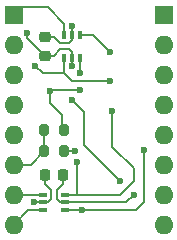
<source format=gbr>
%TF.GenerationSoftware,KiCad,Pcbnew,7.0.8*%
%TF.CreationDate,2023-12-24T03:51:33-08:00*%
%TF.ProjectId,STD Teknic Converter - R1,53544420-5465-46b6-9e69-6320436f6e76,rev?*%
%TF.SameCoordinates,Original*%
%TF.FileFunction,Copper,L2,Bot*%
%TF.FilePolarity,Positive*%
%FSLAX46Y46*%
G04 Gerber Fmt 4.6, Leading zero omitted, Abs format (unit mm)*
G04 Created by KiCad (PCBNEW 7.0.8) date 2023-12-24 03:51:33*
%MOMM*%
%LPD*%
G01*
G04 APERTURE LIST*
G04 Aperture macros list*
%AMRoundRect*
0 Rectangle with rounded corners*
0 $1 Rounding radius*
0 $2 $3 $4 $5 $6 $7 $8 $9 X,Y pos of 4 corners*
0 Add a 4 corners polygon primitive as box body*
4,1,4,$2,$3,$4,$5,$6,$7,$8,$9,$2,$3,0*
0 Add four circle primitives for the rounded corners*
1,1,$1+$1,$2,$3*
1,1,$1+$1,$4,$5*
1,1,$1+$1,$6,$7*
1,1,$1+$1,$8,$9*
0 Add four rect primitives between the rounded corners*
20,1,$1+$1,$2,$3,$4,$5,0*
20,1,$1+$1,$4,$5,$6,$7,0*
20,1,$1+$1,$6,$7,$8,$9,0*
20,1,$1+$1,$8,$9,$2,$3,0*%
G04 Aperture macros list end*
%TA.AperFunction,ComponentPad*%
%ADD10R,1.600000X1.600000*%
%TD*%
%TA.AperFunction,ComponentPad*%
%ADD11O,1.600000X1.600000*%
%TD*%
%TA.AperFunction,SMDPad,CuDef*%
%ADD12RoundRect,0.225000X0.250000X-0.225000X0.250000X0.225000X-0.250000X0.225000X-0.250000X-0.225000X0*%
%TD*%
%TA.AperFunction,SMDPad,CuDef*%
%ADD13R,0.650000X0.400000*%
%TD*%
%TA.AperFunction,SMDPad,CuDef*%
%ADD14RoundRect,0.200000X0.200000X0.275000X-0.200000X0.275000X-0.200000X-0.275000X0.200000X-0.275000X0*%
%TD*%
%TA.AperFunction,SMDPad,CuDef*%
%ADD15RoundRect,0.200000X-0.200000X-0.275000X0.200000X-0.275000X0.200000X0.275000X-0.200000X0.275000X0*%
%TD*%
%TA.AperFunction,SMDPad,CuDef*%
%ADD16R,0.400000X0.650000*%
%TD*%
%TA.AperFunction,SMDPad,CuDef*%
%ADD17RoundRect,0.225000X0.225000X0.250000X-0.225000X0.250000X-0.225000X-0.250000X0.225000X-0.250000X0*%
%TD*%
%TA.AperFunction,ViaPad*%
%ADD18C,0.600000*%
%TD*%
%TA.AperFunction,Conductor*%
%ADD19C,0.200000*%
%TD*%
G04 APERTURE END LIST*
D10*
%TO.P,A1,J1-1,~{ENABLE}*%
%TO.N,/\u005CENABLE*%
X31880000Y140465000D03*
D11*
%TO.P,A1,J1-2,MS1*%
%TO.N,unconnected-(A1-MS1-PadJ1-2)*%
X31880000Y137925000D03*
%TO.P,A1,J1-3,MS2*%
%TO.N,unconnected-(A1-MS2-PadJ1-3)*%
X31880000Y135385000D03*
%TO.P,A1,J1-4,PDN/UART_RX*%
%TO.N,unconnected-(A1-PDN{slash}UART_RX-PadJ1-4)*%
X31880000Y132845000D03*
%TO.P,A1,J1-5,PDN/UART_TX*%
%TO.N,unconnected-(A1-PDN{slash}UART_TX-PadJ1-5)*%
X31880000Y130305000D03*
%TO.P,A1,J1-6,CLK*%
%TO.N,/DIAG*%
X31880000Y127765000D03*
%TO.P,A1,J1-7,STEP*%
%TO.N,/STEP*%
X31880000Y125225000D03*
%TO.P,A1,J1-8,DIR*%
%TO.N,/DIR*%
X31880000Y122685000D03*
D10*
%TO.P,A1,J2-1,VMOT*%
%TO.N,unconnected-(A1-VMOT-PadJ2-1)*%
X44580000Y140465000D03*
D11*
%TO.P,A1,J2-2,GND*%
%TO.N,GND*%
X44580000Y137925000D03*
%TO.P,A1,J2-3,A2*%
%TO.N,unconnected-(A1-A2-PadJ2-3)*%
X44580000Y135385000D03*
%TO.P,A1,J2-4,A1*%
%TO.N,unconnected-(A1-A1-PadJ2-4)*%
X44580000Y132845000D03*
%TO.P,A1,J2-5,B1*%
%TO.N,unconnected-(A1-B1-PadJ2-5)*%
X44580000Y130305000D03*
%TO.P,A1,J2-6,B2*%
%TO.N,unconnected-(A1-B2-PadJ2-6)*%
X44580000Y127765000D03*
%TO.P,A1,J2-7,VCC_IO*%
%TO.N,+5V*%
X44580000Y125225000D03*
%TO.P,A1,J2-8,GND*%
%TO.N,GND*%
X44580000Y122685000D03*
%TD*%
D12*
%TO.P,C1,1*%
%TO.N,+5V*%
X34544000Y137020000D03*
%TO.P,C1,2*%
%TO.N,GND*%
X34544000Y138570000D03*
%TD*%
D13*
%TO.P,U2,6*%
%TO.N,/B-DIR*%
X36256000Y123937000D03*
%TO.P,U2,5,VCC*%
%TO.N,+5V*%
X36256000Y124587000D03*
%TO.P,U2,4*%
%TO.N,/B-STEP*%
X36256000Y125237000D03*
%TO.P,U2,3*%
%TO.N,/STEP*%
X34356000Y125237000D03*
%TO.P,U2,2,GND*%
%TO.N,GND*%
X34356000Y124587000D03*
%TO.P,U2,1*%
%TO.N,/DIR*%
X34356000Y123937000D03*
%TD*%
D14*
%TO.P,R2,2*%
%TO.N,/DIAG*%
X34481000Y128905000D03*
%TO.P,R2,1*%
%TO.N,GND*%
X36131000Y128905000D03*
%TD*%
D15*
%TO.P,R1,2*%
%TO.N,Net-(D4-A)*%
X36131000Y130683000D03*
%TO.P,R1,1*%
%TO.N,/DIAG*%
X34481000Y130683000D03*
%TD*%
D16*
%TO.P,U3,1*%
%TO.N,/\u005CENABLE*%
X36180000Y138745000D03*
%TO.P,U3,2,GND*%
%TO.N,GND*%
X36830000Y138745000D03*
%TO.P,U3,3*%
%TO.N,/B-DIAG*%
X37480000Y138745000D03*
%TO.P,U3,4*%
%TO.N,Net-(D4-A)*%
X37480000Y136845000D03*
%TO.P,U3,5,VCC*%
%TO.N,+5V*%
X36830000Y136845000D03*
%TO.P,U3,6*%
%TO.N,/B-ENABLE*%
X36180000Y136845000D03*
%TD*%
D17*
%TO.P,C2,1*%
%TO.N,+5V*%
X36081000Y126873000D03*
%TO.P,C2,2*%
%TO.N,GND*%
X34531000Y126873000D03*
%TD*%
D18*
%TO.N,/B-ENABLE*%
X33719000Y136144000D03*
%TO.N,Net-(D4-A)*%
X34925000Y134010500D03*
%TO.N,/B-STEP*%
X40229000Y132344000D03*
%TO.N,+5V*%
X33026506Y138947735D03*
%TO.N,GND*%
X37084000Y128905000D03*
%TO.N,/B-STEP*%
X37211000Y128016000D03*
%TO.N,Net-(D4-A)*%
X37480000Y134127000D03*
X37480000Y135524000D03*
%TO.N,+5V*%
X36830000Y133223000D03*
X40894000Y126365000D03*
X36830000Y136108500D03*
%TO.N,GND*%
X36830000Y139481500D03*
X33619500Y124587000D03*
%TO.N,/B-DIR*%
X37693500Y123926500D03*
%TO.N,/B-DIAG*%
X39995000Y137344000D03*
%TO.N,/B-ENABLE*%
X39995000Y134844000D03*
%TO.N,+5V*%
X42037000Y125222000D03*
%TO.N,/B-DIR*%
X42926000Y129032000D03*
%TD*%
D19*
%TO.N,+5V*%
X33026506Y138537494D02*
X34544000Y137020000D01*
X33026506Y138947735D02*
X33026506Y138537494D01*
%TO.N,/B-ENABLE*%
X34339000Y135524000D02*
X35306000Y135524000D01*
X33719000Y136144000D02*
X34339000Y135524000D01*
X35306000Y135524000D02*
X35433000Y135524000D01*
X34402000Y135524000D02*
X35306000Y135524000D01*
X35799000Y135524000D02*
X35433000Y135524000D01*
X35433000Y135524000D02*
X36180000Y135524000D01*
%TO.N,Net-(D4-A)*%
X34925000Y134010500D02*
X34925000Y132969000D01*
X35941000Y131953000D02*
X35941000Y130873000D01*
X34925000Y132969000D02*
X35941000Y131953000D01*
X35041500Y134127000D02*
X34925000Y134010500D01*
X37480000Y134127000D02*
X35041500Y134127000D01*
%TO.N,/B-STEP*%
X42037000Y127508000D02*
X42037000Y126746000D01*
X40229000Y129316000D02*
X42037000Y127508000D01*
X40229000Y132344000D02*
X40229000Y129316000D01*
X42037000Y126365000D02*
X42037000Y126746000D01*
%TO.N,/B-ENABLE*%
X36830000Y134874000D02*
X39965000Y134874000D01*
X39965000Y134874000D02*
X39995000Y134844000D01*
X36180000Y135905000D02*
X36180000Y135524000D01*
X36180000Y135524000D02*
X36830000Y134874000D01*
%TO.N,/\u005CENABLE*%
X36180000Y139715000D02*
X34798000Y141097000D01*
X32512000Y141097000D02*
X31880000Y140465000D01*
X36180000Y138745000D02*
X36180000Y139715000D01*
X34798000Y141097000D02*
X32512000Y141097000D01*
%TO.N,Net-(D4-A)*%
X35941000Y130873000D02*
X36131000Y130683000D01*
X37480000Y134127000D02*
X35941000Y134127000D01*
%TO.N,GND*%
X37084000Y128905000D02*
X36131000Y128905000D01*
%TO.N,/B-STEP*%
X37211000Y125237000D02*
X37211000Y128016000D01*
X37211000Y125237000D02*
X40909000Y125237000D01*
X36256000Y125237000D02*
X37211000Y125237000D01*
X40909000Y125237000D02*
X42037000Y126365000D01*
%TO.N,/DIAG*%
X33341000Y127765000D02*
X31880000Y127765000D01*
X34481000Y128905000D02*
X33341000Y127765000D01*
X34481000Y130683000D02*
X34481000Y128905000D01*
%TO.N,Net-(D4-A)*%
X37480000Y136845000D02*
X37480000Y135524000D01*
%TO.N,+5V*%
X36830000Y133223000D02*
X37846000Y132207000D01*
X37846000Y132207000D02*
X37846000Y129413000D01*
X37846000Y129413000D02*
X40894000Y126365000D01*
X36830000Y136845000D02*
X36830000Y136108500D01*
%TO.N,GND*%
X36830000Y138745000D02*
X36830000Y139481500D01*
X34356000Y124587000D02*
X33619500Y124587000D01*
%TO.N,+5V*%
X42037000Y125222000D02*
X41402000Y124587000D01*
X36256000Y124587000D02*
X39497000Y124587000D01*
X41402000Y124587000D02*
X39497000Y124587000D01*
%TO.N,/B-ENABLE*%
X36180000Y136845000D02*
X36180000Y135905000D01*
%TO.N,/B-DIAG*%
X38594000Y138745000D02*
X39995000Y137344000D01*
X37480000Y138745000D02*
X38594000Y138745000D01*
%TO.N,/B-DIR*%
X42926000Y124587000D02*
X42926000Y129032000D01*
X42276000Y123937000D02*
X42926000Y124587000D01*
X36256000Y123937000D02*
X42276000Y123937000D01*
%TO.N,+5V*%
X35560000Y124841000D02*
X35814000Y124587000D01*
X36081000Y126124000D02*
X35560000Y125603000D01*
X36081000Y126873000D02*
X36081000Y126124000D01*
X35560000Y125603000D02*
X35560000Y124841000D01*
X35814000Y124587000D02*
X36256000Y124587000D01*
%TO.N,GND*%
X34531000Y126873000D02*
X34531000Y126124000D01*
X34798000Y124587000D02*
X34356000Y124587000D01*
X35052000Y124841000D02*
X34798000Y124587000D01*
X35052000Y125603000D02*
X35052000Y124841000D01*
X34531000Y126124000D02*
X35052000Y125603000D01*
X36576000Y138049000D02*
X36830000Y138303000D01*
X35293000Y138570000D02*
X35814000Y138049000D01*
X34544000Y138570000D02*
X35293000Y138570000D01*
X35814000Y138049000D02*
X36576000Y138049000D01*
X36830000Y138303000D02*
X36830000Y138745000D01*
%TO.N,+5V*%
X36830000Y137287000D02*
X36830000Y136845000D01*
X35814000Y137541000D02*
X36576000Y137541000D01*
X36576000Y137541000D02*
X36830000Y137287000D01*
X35293000Y137020000D02*
X35814000Y137541000D01*
X34544000Y137020000D02*
X35293000Y137020000D01*
%TO.N,/STEP*%
X31892000Y125237000D02*
X31880000Y125225000D01*
X34356000Y125237000D02*
X31892000Y125237000D01*
%TO.N,/DIR*%
X33132000Y123937000D02*
X31880000Y122685000D01*
X34356000Y123937000D02*
X33132000Y123937000D01*
%TD*%
M02*

</source>
